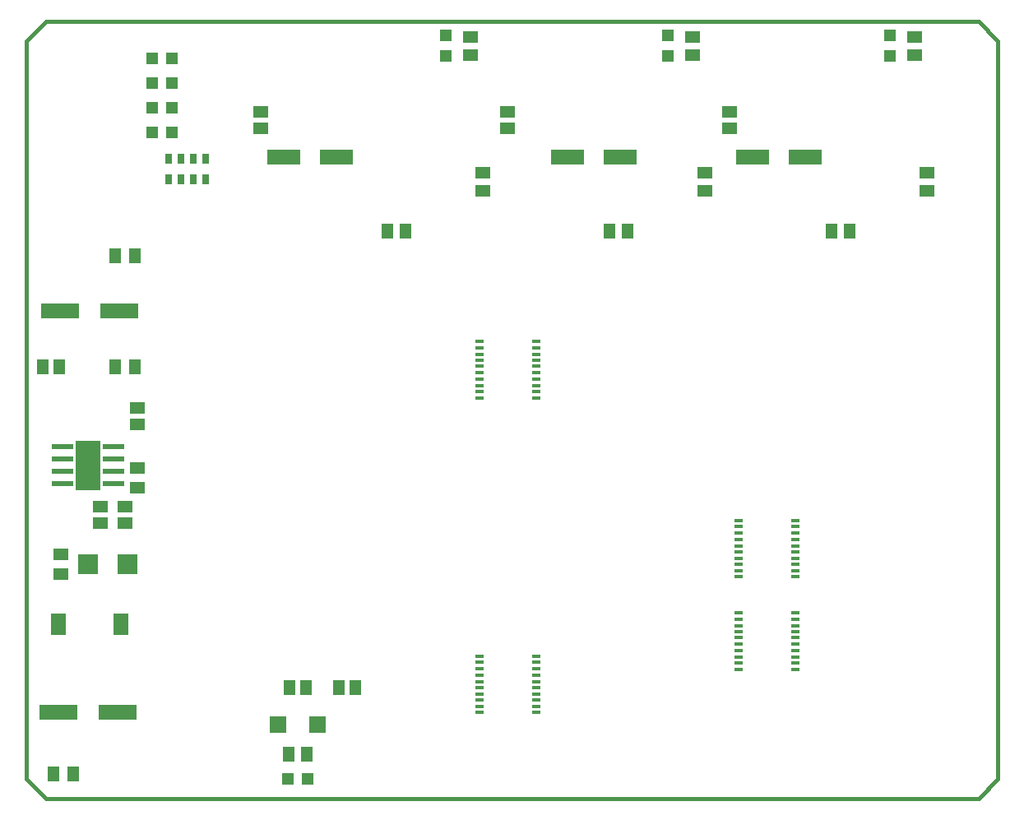
<source format=gtp>
G75*
%MOIN*%
%OFA0B0*%
%FSLAX24Y24*%
%IPPOS*%
%LPD*%
%AMOC8*
5,1,8,0,0,1.08239X$1,22.5*
%
%ADD10C,0.0160*%
%ADD11R,0.0472X0.0472*%
%ADD12R,0.0512X0.0591*%
%ADD13R,0.0591X0.0512*%
%ADD14R,0.1378X0.0630*%
%ADD15R,0.0295X0.0433*%
%ADD16R,0.0866X0.0236*%
%ADD17R,0.1000X0.2000*%
%ADD18R,0.0630X0.0512*%
%ADD19R,0.0512X0.0630*%
%ADD20R,0.1575X0.0630*%
%ADD21R,0.0630X0.0866*%
%ADD22R,0.0354X0.0138*%
%ADD23R,0.0787X0.0787*%
%ADD24R,0.0709X0.0669*%
D10*
X002145Y001680D02*
X039940Y001680D01*
X040727Y002467D01*
X040727Y032389D01*
X039940Y033176D01*
X002145Y033176D01*
X001357Y032389D01*
X001357Y002467D01*
X002145Y001680D01*
D11*
X011944Y002480D03*
X012771Y002480D03*
X007271Y028680D03*
X006444Y028680D03*
X006444Y029680D03*
X007271Y029680D03*
X007271Y030680D03*
X006444Y030680D03*
X006444Y031680D03*
X007271Y031680D03*
X018357Y031767D03*
X018357Y032593D03*
X027357Y032593D03*
X027357Y031767D03*
X036357Y031767D03*
X036357Y032593D03*
D12*
X034731Y024680D03*
X033983Y024680D03*
X025731Y024680D03*
X024983Y024680D03*
X016731Y024680D03*
X015983Y024680D03*
X002692Y019180D03*
X002023Y019180D03*
X012023Y006180D03*
X012692Y006180D03*
X014023Y006180D03*
X014692Y006180D03*
X012731Y003480D03*
X011983Y003480D03*
D13*
X005357Y012845D03*
X005357Y013515D03*
X004357Y013515D03*
X004357Y012845D03*
X005857Y016845D03*
X005857Y017515D03*
X010857Y028845D03*
X010857Y029515D03*
X019357Y031806D03*
X019357Y032554D03*
X020857Y029515D03*
X020857Y028845D03*
X019857Y027054D03*
X019857Y026306D03*
X028357Y031806D03*
X028357Y032554D03*
X029857Y029515D03*
X029857Y028845D03*
X028857Y027054D03*
X028857Y026306D03*
X037357Y031806D03*
X037357Y032554D03*
X037857Y027054D03*
X037857Y026306D03*
D14*
X032920Y027680D03*
X030794Y027680D03*
X025420Y027680D03*
X023294Y027680D03*
X013920Y027680D03*
X011794Y027680D03*
D15*
X008607Y027601D03*
X008107Y027601D03*
X007607Y027601D03*
X007107Y027601D03*
X007107Y026759D03*
X007607Y026759D03*
X008107Y026759D03*
X008607Y026759D03*
D16*
X004881Y015930D03*
X004881Y015430D03*
X004881Y014930D03*
X004881Y014430D03*
X002834Y014430D03*
X002834Y014930D03*
X002834Y015430D03*
X002834Y015930D03*
D17*
X003857Y015180D03*
D18*
X005857Y015074D03*
X005857Y014286D03*
X002757Y011574D03*
X002757Y010786D03*
D19*
X002464Y002680D03*
X003251Y002680D03*
X004964Y019180D03*
X005751Y019180D03*
X005751Y023680D03*
X004964Y023680D03*
D20*
X005109Y021444D03*
X002708Y021444D03*
X002656Y005180D03*
X005058Y005180D03*
D21*
X005176Y008731D03*
X002656Y008731D03*
D22*
X019706Y007448D03*
X019706Y007192D03*
X019706Y006936D03*
X019706Y006680D03*
X019706Y006424D03*
X019706Y006168D03*
X019706Y005912D03*
X019706Y005674D03*
X019706Y005418D03*
X019706Y005162D03*
X022009Y005162D03*
X022009Y005418D03*
X022009Y005674D03*
X022009Y005912D03*
X022009Y006168D03*
X022009Y006424D03*
X022009Y006680D03*
X022009Y006936D03*
X022009Y007192D03*
X022009Y007448D03*
X030206Y007424D03*
X030206Y007168D03*
X030206Y006912D03*
X030206Y007680D03*
X030206Y007936D03*
X030206Y008192D03*
X030206Y008448D03*
X030206Y008686D03*
X030206Y008942D03*
X030206Y009198D03*
X030206Y010662D03*
X030206Y010918D03*
X030206Y011174D03*
X030206Y011412D03*
X030206Y011668D03*
X030206Y011924D03*
X030206Y012180D03*
X030206Y012436D03*
X030206Y012692D03*
X030206Y012948D03*
X032509Y012948D03*
X032509Y012692D03*
X032509Y012436D03*
X032509Y012180D03*
X032509Y011924D03*
X032509Y011668D03*
X032509Y011412D03*
X032509Y011174D03*
X032509Y010918D03*
X032509Y010662D03*
X032509Y009198D03*
X032509Y008942D03*
X032509Y008686D03*
X032509Y008448D03*
X032509Y008192D03*
X032509Y007936D03*
X032509Y007680D03*
X032509Y007424D03*
X032509Y007168D03*
X032509Y006912D03*
X022009Y017912D03*
X022009Y018168D03*
X022009Y018424D03*
X022009Y018680D03*
X022009Y018936D03*
X022009Y019192D03*
X022009Y019448D03*
X022009Y019686D03*
X022009Y019942D03*
X022009Y020198D03*
X019706Y020198D03*
X019706Y019942D03*
X019706Y019686D03*
X019706Y019448D03*
X019706Y019192D03*
X019706Y018936D03*
X019706Y018680D03*
X019706Y018424D03*
X019706Y018168D03*
X019706Y017912D03*
D23*
X005445Y011180D03*
X003870Y011180D03*
D24*
X011550Y004680D03*
X013164Y004680D03*
M02*

</source>
